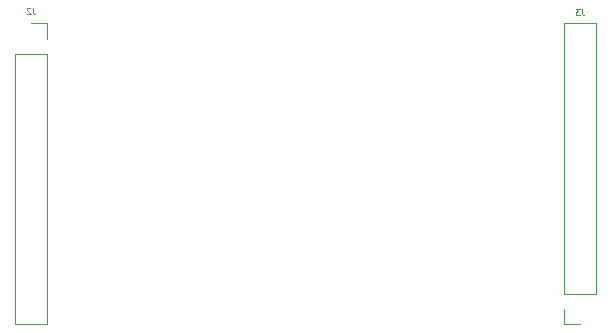
<source format=gbr>
%TF.GenerationSoftware,KiCad,Pcbnew,(5.1.10)-1*%
%TF.CreationDate,2022-09-18T09:09:27-05:00*%
%TF.ProjectId,curve_tracer,63757276-655f-4747-9261-6365722e6b69,A*%
%TF.SameCoordinates,Original*%
%TF.FileFunction,Legend,Bot*%
%TF.FilePolarity,Positive*%
%FSLAX46Y46*%
G04 Gerber Fmt 4.6, Leading zero omitted, Abs format (unit mm)*
G04 Created by KiCad (PCBNEW (5.1.10)-1) date 2022-09-18 09:09:27*
%MOMM*%
%LPD*%
G01*
G04 APERTURE LIST*
%ADD10C,0.120000*%
%ADD11C,0.100000*%
G04 APERTURE END LIST*
D10*
%TO.C,J3*%
X171460000Y-107757500D02*
X174120000Y-107757500D01*
X171460000Y-130677500D02*
X171460000Y-107757500D01*
X174120000Y-130677500D02*
X174120000Y-107757500D01*
X171460000Y-130677500D02*
X174120000Y-130677500D01*
X171460000Y-131947500D02*
X171460000Y-133277500D01*
X171460000Y-133277500D02*
X172790000Y-133277500D01*
%TO.C,J2*%
X127620000Y-133277500D02*
X124960000Y-133277500D01*
X127620000Y-110357500D02*
X127620000Y-133277500D01*
X124960000Y-110357500D02*
X124960000Y-133277500D01*
X127620000Y-110357500D02*
X124960000Y-110357500D01*
X127620000Y-109087500D02*
X127620000Y-107757500D01*
X127620000Y-107757500D02*
X126290000Y-107757500D01*
%TO.C,J3*%
D11*
X172950166Y-106596690D02*
X172950166Y-106953833D01*
X172973976Y-107025261D01*
X173021595Y-107072880D01*
X173093023Y-107096690D01*
X173140642Y-107096690D01*
X172759690Y-106596690D02*
X172450166Y-106596690D01*
X172616833Y-106787166D01*
X172545404Y-106787166D01*
X172497785Y-106810976D01*
X172473976Y-106834785D01*
X172450166Y-106882404D01*
X172450166Y-107001452D01*
X172473976Y-107049071D01*
X172497785Y-107072880D01*
X172545404Y-107096690D01*
X172688261Y-107096690D01*
X172735880Y-107072880D01*
X172759690Y-107049071D01*
%TO.C,J2*%
X126456666Y-106483690D02*
X126456666Y-106840833D01*
X126480476Y-106912261D01*
X126528095Y-106959880D01*
X126599523Y-106983690D01*
X126647142Y-106983690D01*
X126242380Y-106531309D02*
X126218571Y-106507500D01*
X126170952Y-106483690D01*
X126051904Y-106483690D01*
X126004285Y-106507500D01*
X125980476Y-106531309D01*
X125956666Y-106578928D01*
X125956666Y-106626547D01*
X125980476Y-106697976D01*
X126266190Y-106983690D01*
X125956666Y-106983690D01*
%TD*%
M02*

</source>
